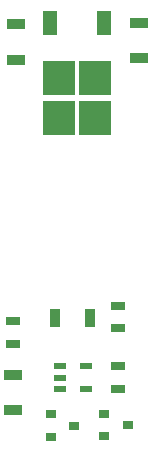
<source format=gtp>
G04 #@! TF.FileFunction,Paste,Top*
%FSLAX46Y46*%
G04 Gerber Fmt 4.6, Leading zero omitted, Abs format (unit mm)*
G04 Created by KiCad (PCBNEW 4.0.7-e1-6374~58~ubuntu16.04.1) date Mon Aug 14 05:37:23 2017*
%MOMM*%
%LPD*%
G01*
G04 APERTURE LIST*
%ADD10C,0.100000*%
%ADD11R,1.549200X0.949200*%
%ADD12R,0.949200X1.549200*%
%ADD13R,0.849200X0.749200*%
%ADD14R,1.249200X0.649200*%
%ADD15R,1.009200X0.599200*%
%ADD16R,1.149200X2.149200*%
%ADD17R,2.699200X2.999200*%
G04 APERTURE END LIST*
D10*
D11*
X173228000Y-63929000D03*
X173228000Y-66929000D03*
X162814000Y-64056000D03*
X162814000Y-67056000D03*
X162560000Y-93750000D03*
X162560000Y-96750000D03*
D12*
X169140000Y-88900000D03*
X166140000Y-88900000D03*
D13*
X170307000Y-97033000D03*
X170307000Y-98933000D03*
X172307000Y-97983000D03*
X165767000Y-97094000D03*
X165767000Y-98994000D03*
X167767000Y-98044000D03*
D14*
X162560000Y-91120000D03*
X162560000Y-89220000D03*
X171450000Y-93030000D03*
X171450000Y-94930000D03*
X171450000Y-87889000D03*
X171450000Y-89789000D03*
D15*
X166540000Y-93030000D03*
X166540000Y-93980000D03*
X166540000Y-94930000D03*
X168740000Y-94930000D03*
X168740000Y-93030000D03*
D16*
X170301000Y-63999000D03*
X165741000Y-63999000D03*
D17*
X166496000Y-71974000D03*
X169546000Y-68624000D03*
X169546000Y-71974000D03*
X166496000Y-68624000D03*
M02*

</source>
